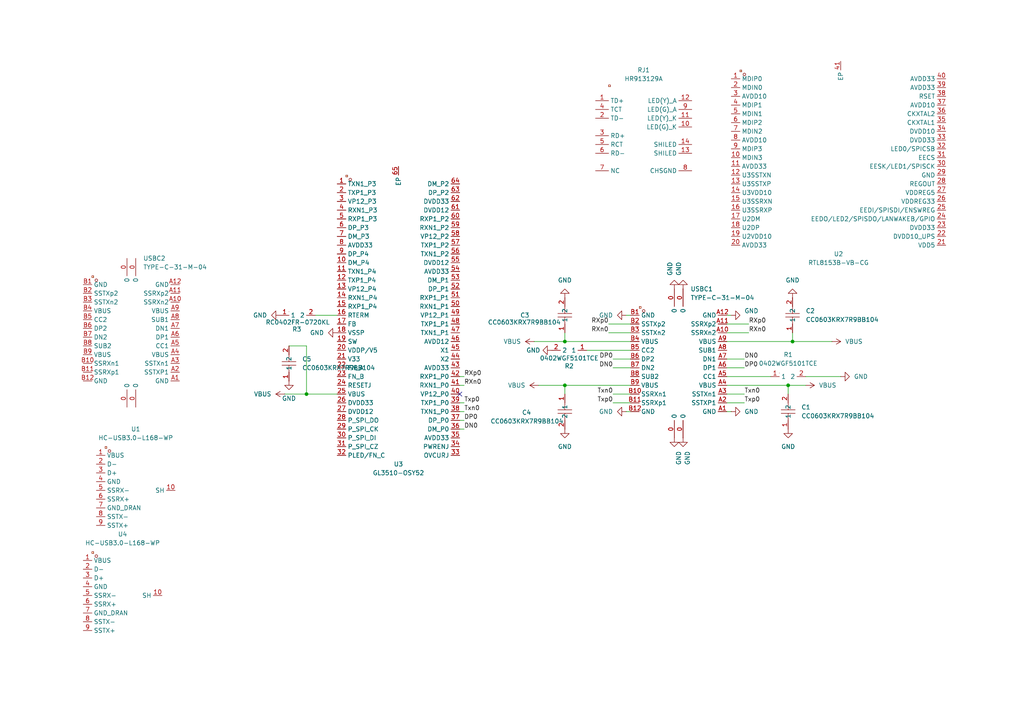
<source format=kicad_sch>
(kicad_sch (version 20250114) (generator "eeschema") (generator_version "9.0")
  (paper "A4")
  (lib_symbols
    (symbol "EasyEDA:0402WGF5101TCE"
      (property "Reference" "R" (at 0 5.08 0))
      (property "Value" "0402WGF5101TCE" (at 0 -5.08 0))
      (symbol "0402WGF5101TCE_0_1"
        (rectangle (start -2.54 1.02) (end -2.54 1.02) (fill (type background)))
        (pin input line (at -5.08 0 0) (length 2.54) (name "1") (number "1"))
        (pin input line (at 5.08 0 180) (length 2.54) (name "2") (number "2"))
      )
    )
    (symbol "EasyEDA:CC0603KRX7R9BB104"
      (property "Reference" "C" (at 0 5.08 0))
      (property "Value" "CC0603KRX7R9BB104" (at 0 -5.08 0))
      (symbol "CC0603KRX7R9BB104_0_1"
        (polyline (pts (xy -0.51 0) (xy -2.54 0)))
        (polyline (pts (xy -0.51 -2.03) (xy -0.51 2.03)))
        (polyline (pts (xy 0.51 2.03) (xy 0.51 -2.03)))
        (polyline (pts (xy 2.54 0) (xy 0.51 0)))
        (pin unspecified line (at -5.08 0 0) (length 2.54) (name "1") (number "1"))
        (pin unspecified line (at 5.08 0 180) (length 2.54) (name "2") (number "2"))
      )
    )
    (symbol "EasyEDA:GL3510-OSY52"
      (property "Reference" "U" (at 0 48.26 0))
      (property "Value" "GL3510-OSY52" (at 0 -45.72 0))
      (symbol "GL3510-OSY52_0_1"
        (rectangle (start -15.24 40.64) (end -14.73 40.13) (fill (type background)))
        (circle (center -13.97 39.37) (radius 0.38))
        (pin unspecified line (at -17.78 38.1 0) (length 2.54) (name "TXN1_P3") (number "1"))
        (pin unspecified line (at -17.78 35.56 0) (length 2.54) (name "TXP1_P3") (number "2"))
        (pin unspecified line (at -17.78 33.02 0) (length 2.54) (name "VP12_P3") (number "3"))
        (pin unspecified line (at -17.78 30.48 0) (length 2.54) (name "RXN1_P3") (number "4"))
        (pin unspecified line (at -17.78 27.94 0) (length 2.54) (name "RXP1_P3") (number "5"))
        (pin unspecified line (at -17.78 25.4 0) (length 2.54) (name "DP_P3") (number "6"))
        (pin unspecified line (at -17.78 22.86 0) (length 2.54) (name "DM_P3") (number "7"))
        (pin unspecified line (at -17.78 20.32 0) (length 2.54) (name "AVDD33") (number "8"))
        (pin unspecified line (at -17.78 17.78 0) (length 2.54) (name "DP_P4") (number "9"))
        (pin unspecified line (at -17.78 15.24 0) (length 2.54) (name "DM_P4") (number "10"))
        (pin unspecified line (at -17.78 12.7 0) (length 2.54) (name "TXN1_P4") (number "11"))
        (pin unspecified line (at -17.78 10.16 0) (length 2.54) (name "TXP1_P4") (number "12"))
        (pin unspecified line (at -17.78 7.62 0) (length 2.54) (name "VP12_P4") (number "13"))
        (pin unspecified line (at -17.78 5.08 0) (length 2.54) (name "RXN1_P4") (number "14"))
        (pin unspecified line (at -17.78 2.54 0) (length 2.54) (name "RXP1_P4") (number "15"))
        (pin unspecified line (at -17.78 0 0) (length 2.54) (name "RTERM") (number "16"))
        (pin unspecified line (at -17.78 -2.54 0) (length 2.54) (name "FB") (number "17"))
        (pin unspecified line (at -17.78 -5.08 0) (length 2.54) (name "VSSP") (number "18"))
        (pin unspecified line (at -17.78 -7.62 0) (length 2.54) (name "SW") (number "19"))
        (pin unspecified line (at -17.78 -10.16 0) (length 2.54) (name "VDDP/V5") (number "20"))
        (pin unspecified line (at -17.78 -12.7 0) (length 2.54) (name "V33") (number "21"))
        (pin unspecified line (at -17.78 -15.24 0) (length 2.54) (name "FN_A") (number "22"))
        (pin unspecified line (at -17.78 -17.78 0) (length 2.54) (name "FN_B") (number "23"))
        (pin unspecified line (at -17.78 -20.32 0) (length 2.54) (name "RESETJ") (number "24"))
        (pin unspecified line (at -17.78 -22.86 0) (length 2.54) (name "VBUS") (number "25"))
        (pin unspecified line (at -17.78 -25.4 0) (length 2.54) (name "DVDD33") (number "26"))
        (pin unspecified line (at -17.78 -27.94 0) (length 2.54) (name "DVDD12") (number "27"))
        (pin unspecified line (at -17.78 -30.48 0) (length 2.54) (name "P_SPI_DO") (number "28"))
        (pin unspecified line (at -17.78 -33.02 0) (length 2.54) (name "P_SPI_CK") (number "29"))
        (pin unspecified line (at -17.78 -35.56 0) (length 2.54) (name "P_SPI_DI") (number "30"))
        (pin unspecified line (at -17.78 -38.1 0) (length 2.54) (name "P_SPI_CZ") (number "31"))
        (pin unspecified line (at -17.78 -40.64 0) (length 2.54) (name "PLED/FN_C") (number "32"))
        (pin unspecified line (at 0 43.18 270) (length 2.54) (name "EP") (number "65"))
        (pin unspecified line (at 17.78 38.1 180) (length 2.54) (name "DM_P2") (number "64"))
        (pin unspecified line (at 17.78 35.56 180) (length 2.54) (name "DP_P2") (number "63"))
        (pin unspecified line (at 17.78 33.02 180) (length 2.54) (name "DVDD33") (number "62"))
        (pin unspecified line (at 17.78 30.48 180) (length 2.54) (name "DVDD12") (number "61"))
        (pin unspecified line (at 17.78 27.94 180) (length 2.54) (name "RXP1_P2") (number "60"))
        (pin unspecified line (at 17.78 25.4 180) (length 2.54) (name "RXN1_P2") (number "59"))
        (pin unspecified line (at 17.78 22.86 180) (length 2.54) (name "VP12_P2") (number "58"))
        (pin unspecified line (at 17.78 20.32 180) (length 2.54) (name "TXP1_P2") (number "57"))
        (pin unspecified line (at 17.78 17.78 180) (length 2.54) (name "TXN1_P2") (number "56"))
        (pin unspecified line (at 17.78 15.24 180) (length 2.54) (name "DVDD12") (number "55"))
        (pin unspecified line (at 17.78 12.7 180) (length 2.54) (name "AVDD33") (number "54"))
        (pin unspecified line (at 17.78 10.16 180) (length 2.54) (name "DM_P1") (number "53"))
        (pin unspecified line (at 17.78 7.62 180) (length 2.54) (name "DP_P1") (number "52"))
        (pin unspecified line (at 17.78 5.08 180) (length 2.54) (name "RXP1_P1") (number "51"))
        (pin unspecified line (at 17.78 2.54 180) (length 2.54) (name "RXN1_P1") (number "50"))
        (pin unspecified line (at 17.78 0 180) (length 2.54) (name "VP12_P1") (number "49"))
        (pin unspecified line (at 17.78 -2.54 180) (length 2.54) (name "TXP1_P1") (number "48"))
        (pin unspecified line (at 17.78 -5.08 180) (length 2.54) (name "TXN1_P1") (number "47"))
        (pin unspecified line (at 17.78 -7.62 180) (length 2.54) (name "AVDD12") (number "46"))
        (pin unspecified line (at 17.78 -10.16 180) (length 2.54) (name "X1") (number "45"))
        (pin unspecified line (at 17.78 -12.7 180) (length 2.54) (name "X2") (number "44"))
        (pin unspecified line (at 17.78 -15.24 180) (length 2.54) (name "AVDD33") (number "43"))
        (pin unspecified line (at 17.78 -17.78 180) (length 2.54) (name "RXP1_P0") (number "42"))
        (pin unspecified line (at 17.78 -20.32 180) (length 2.54) (name "RXN1_P0") (number "41"))
        (pin unspecified line (at 17.78 -22.86 180) (length 2.54) (name "VP12_P0") (number "40"))
        (pin unspecified line (at 17.78 -25.4 180) (length 2.54) (name "TXP1_P0") (number "39"))
        (pin unspecified line (at 17.78 -27.94 180) (length 2.54) (name "TXN1_P0") (number "38"))
        (pin unspecified line (at 17.78 -30.48 180) (length 2.54) (name "DP_P0") (number "37"))
        (pin unspecified line (at 17.78 -33.02 180) (length 2.54) (name "DM_P0") (number "36"))
        (pin unspecified line (at 17.78 -35.56 180) (length 2.54) (name "AVDD33") (number "35"))
        (pin unspecified line (at 17.78 -38.1 180) (length 2.54) (name "PWRENJ") (number "34"))
        (pin unspecified line (at 17.78 -40.64 180) (length 2.54) (name "OVCURJ") (number "33"))
      )
    )
    (symbol "EasyEDA:HC-USB3.0-L168-WP"
      (property "Reference" "U" (at 0 15.24 0))
      (property "Value" "HC-USB3.0-L168-WP" (at 0 -15.24 0))
      (symbol "HC-USB3.0-L168-WP_0_1"
        (rectangle (start -10.16 12.7) (end -9.65 12.19) (fill (type background)))
        (circle (center -8.89 11.43) (radius 0.38))
        (pin unspecified line (at -12.7 10.16 0) (length 2.54) (name "VBUS") (number "1"))
        (pin unspecified line (at -12.7 7.62 0) (length 2.54) (name "D-") (number "2"))
        (pin unspecified line (at -12.7 5.08 0) (length 2.54) (name "D+") (number "3"))
        (pin unspecified line (at -12.7 2.54 0) (length 2.54) (name "GND") (number "4"))
        (pin unspecified line (at -12.7 0 0) (length 2.54) (name "SSRX-") (number "5"))
        (pin unspecified line (at -12.7 -2.54 0) (length 2.54) (name "SSRX+") (number "6"))
        (pin unspecified line (at -12.7 -5.08 0) (length 2.54) (name "GND_DRAN") (number "7"))
        (pin unspecified line (at -12.7 -7.62 0) (length 2.54) (name "SSTX-") (number "8"))
        (pin unspecified line (at -12.7 -10.16 0) (length 2.54) (name "SSTX+") (number "9"))
        (pin unspecified line (at 10.16 0 180) (length 2.54) (name "SH") (number "10"))
      )
    )
    (symbol "EasyEDA:HR913129A"
      (property "Reference" "RJ" (at 0 15.24 0))
      (property "Value" "HR913129A" (at 0 -15.24 0))
      (symbol "HR913129A_0_1"
        (rectangle (start -10.16 14.73) (end -9.65 14.22) (fill (type background)))
        (pin unspecified line (at -13.97 10.16 0) (length 3.81) (name "TD+") (number "1"))
        (pin unspecified line (at -13.97 7.62 0) (length 3.81) (name "TCT") (number "4"))
        (pin unspecified line (at -13.97 5.08 0) (length 3.81) (name "TD-") (number "2"))
        (pin unspecified line (at -13.97 0 0) (length 3.81) (name "RD+") (number "3"))
        (pin unspecified line (at -13.97 -2.54 0) (length 3.81) (name "RCT") (number "5"))
        (pin unspecified line (at -13.97 -5.08 0) (length 3.81) (name "RD-") (number "6"))
        (pin unspecified line (at -13.97 -10.16 0) (length 3.81) (name "NC") (number "7"))
        (pin unspecified line (at 13.97 10.16 180) (length 3.81) (name "LED(Y)_A") (number "12"))
        (pin unspecified line (at 13.97 7.62 180) (length 3.81) (name "LED(G)_A") (number "9"))
        (pin unspecified line (at 13.97 5.08 180) (length 3.81) (name "LED(Y)_K") (number "11"))
        (pin unspecified line (at 13.97 2.54 180) (length 3.81) (name "LED(G)_K") (number "10"))
        (pin unspecified line (at 13.97 -2.54 180) (length 3.81) (name "SHILED") (number "14"))
        (pin unspecified line (at 13.97 -5.08 180) (length 3.81) (name "SHILED") (number "13"))
        (pin unspecified line (at 13.97 -10.16 180) (length 3.81) (name "CHSGND") (number "8"))
      )
    )
    (symbol "EasyEDA:RC0402FR-0720KL"
      (property "Reference" "R" (at 0 5.08 0))
      (property "Value" "RC0402FR-0720KL" (at 0 -5.08 0))
      (symbol "RC0402FR-0720KL_0_1"
        (rectangle (start -2.54 1.02) (end -2.54 1.02) (fill (type background)))
        (pin input line (at -5.08 0 0) (length 2.54) (name "1") (number "1"))
        (pin input line (at 5.08 0 180) (length 2.54) (name "2") (number "2"))
      )
    )
    (symbol "EasyEDA:RTL8153B-VB-CG"
      (property "Reference" "U" (at 0 34.29 0))
      (property "Value" "RTL8153B-VB-CG" (at 0 -29.21 0))
      (symbol "RTL8153B-VB-CG_0_1"
        (rectangle (start -29.21 26.67) (end -28.7 26.16) (fill (type background)))
        (circle (center -27.94 25.4) (radius 0.38))
        (pin unspecified line (at -31.75 24.13 0) (length 2.54) (name "MDIP0") (number "1"))
        (pin unspecified line (at -31.75 21.59 0) (length 2.54) (name "MDIN0") (number "2"))
        (pin unspecified line (at -31.75 19.05 0) (length 2.54) (name "AVDD10") (number "3"))
        (pin unspecified line (at -31.75 16.51 0) (length 2.54) (name "MDIP1") (number "4"))
        (pin unspecified line (at -31.75 13.97 0) (length 2.54) (name "MDIN1") (number "5"))
        (pin unspecified line (at -31.75 11.43 0) (length 2.54) (name "MDIP2") (number "6"))
        (pin unspecified line (at -31.75 8.89 0) (length 2.54) (name "MDIN2") (number "7"))
        (pin unspecified line (at -31.75 6.35 0) (length 2.54) (name "AVDD10") (number "8"))
        (pin unspecified line (at -31.75 3.81 0) (length 2.54) (name "MDIP3") (number "9"))
        (pin unspecified line (at -31.75 1.27 0) (length 2.54) (name "MDIN3") (number "10"))
        (pin unspecified line (at -31.75 -1.27 0) (length 2.54) (name "AVDD33") (number "11"))
        (pin unspecified line (at -31.75 -3.81 0) (length 2.54) (name "U3SSTXN") (number "12"))
        (pin unspecified line (at -31.75 -6.35 0) (length 2.54) (name "U3SSTXP") (number "13"))
        (pin unspecified line (at -31.75 -8.89 0) (length 2.54) (name "U3VDD10") (number "14"))
        (pin unspecified line (at -31.75 -11.43 0) (length 2.54) (name "U3SSRXN") (number "15"))
        (pin unspecified line (at -31.75 -13.97 0) (length 2.54) (name "U3SSRXP") (number "16"))
        (pin unspecified line (at -31.75 -16.51 0) (length 2.54) (name "U2DM") (number "17"))
        (pin unspecified line (at -31.75 -19.05 0) (length 2.54) (name "U2DP") (number "18"))
        (pin unspecified line (at -31.75 -21.59 0) (length 2.54) (name "U2VDD10") (number "19"))
        (pin unspecified line (at -31.75 -24.13 0) (length 2.54) (name "AVDD33") (number "20"))
        (pin unspecified line (at 0 29.21 270) (length 2.54) (name "EP") (number "41"))
        (pin unspecified line (at 30.48 24.13 180) (length 2.54) (name "AVDD33") (number "40"))
        (pin unspecified line (at 30.48 21.59 180) (length 2.54) (name "AVDD33") (number "39"))
        (pin unspecified line (at 30.48 19.05 180) (length 2.54) (name "RSET") (number "38"))
        (pin unspecified line (at 30.48 16.51 180) (length 2.54) (name "AVDD10") (number "37"))
        (pin unspecified line (at 30.48 13.97 180) (length 2.54) (name "CKXTAL2") (number "36"))
        (pin unspecified line (at 30.48 11.43 180) (length 2.54) (name "CKXTAL1") (number "35"))
        (pin unspecified line (at 30.48 8.89 180) (length 2.54) (name "DVDD10") (number "34"))
        (pin unspecified line (at 30.48 6.35 180) (length 2.54) (name "DVDD33") (number "33"))
        (pin unspecified line (at 30.48 3.81 180) (length 2.54) (name "LED0/SPICSB") (number "32"))
        (pin unspecified line (at 30.48 1.27 180) (length 2.54) (name "EECS") (number "31"))
        (pin unspecified line (at 30.48 -1.27 180) (length 2.54) (name "EESK/LED1/SPISCK") (number "30"))
        (pin unspecified line (at 30.48 -3.81 180) (length 2.54) (name "GND") (number "29"))
        (pin unspecified line (at 30.48 -6.35 180) (length 2.54) (name "REGOUT") (number "28"))
        (pin unspecified line (at 30.48 -8.89 180) (length 2.54) (name "VDDREG5") (number "27"))
        (pin unspecified line (at 30.48 -11.43 180) (length 2.54) (name "VDDREG33") (number "26"))
        (pin unspecified line (at 30.48 -13.97 180) (length 2.54) (name "EEDI/SPISDI/ENSWREG") (number "25"))
        (pin unspecified line (at 30.48 -16.51 180) (length 2.54) (name "EEDO/LED2/SPISDO/LANWAKEB/GPIO") (number "24"))
        (pin unspecified line (at 30.48 -19.05 180) (length 2.54) (name "DVDD33") (number "23"))
        (pin unspecified line (at 30.48 -21.59 180) (length 2.54) (name "DVDD10_UPS") (number "22"))
        (pin unspecified line (at 30.48 -24.13 180) (length 2.54) (name "VDD5") (number "21"))
      )
    )
    (symbol "EasyEDA:TYPE-C-31-M-04"
      (property "Reference" "USBC" (at 0 26.67 0))
      (property "Value" "TYPE-C-31-M-04" (at 0 -26.67 0))
      (symbol "TYPE-C-31-M-04_0_1"
        (rectangle (start -11.43 16.51) (end -10.92 16) (fill (type background)))
        (circle (center -10.16 15.24) (radius 0.38))
        (pin unspecified line (at -13.97 13.97 0) (length 2.54) (name "GND") (number "B1"))
        (pin unspecified line (at -13.97 11.43 0) (length 2.54) (name "SSTXp2") (number "B2"))
        (pin unspecified line (at -13.97 8.89 0) (length 2.54) (name "SSTXn2") (number "B3"))
        (pin unspecified line (at -13.97 6.35 0) (length 2.54) (name "VBUS") (number "B4"))
        (pin unspecified line (at -13.97 3.81 0) (length 2.54) (name "CC2") (number "B5"))
        (pin unspecified line (at -13.97 1.27 0) (length 2.54) (name "DP2") (number "B6"))
        (pin unspecified line (at -13.97 -1.27 0) (length 2.54) (name "DN2") (number "B7"))
        (pin unspecified line (at -13.97 -3.81 0) (length 2.54) (name "SUB2") (number "B8"))
        (pin unspecified line (at -13.97 -6.35 0) (length 2.54) (name "VBUS") (number "B9"))
        (pin unspecified line (at -13.97 -8.89 0) (length 2.54) (name "SSRXn1") (number "B10"))
        (pin unspecified line (at -13.97 -11.43 0) (length 2.54) (name "SSRXp1") (number "B11"))
        (pin unspecified line (at -13.97 -13.97 0) (length 2.54) (name "GND") (number "B12"))
        (pin unspecified line (at -1.27 21.59 270) (length 5.08) (name "0") (number "0"))
        (pin unspecified line (at -1.27 -21.59 90) (length 5.08) (name "0") (number "0"))
        (pin unspecified line (at 1.27 21.59 270) (length 5.08) (name "0") (number "0"))
        (pin unspecified line (at 1.27 -21.59 90) (length 5.08) (name "0") (number "0"))
        (pin unspecified line (at 13.97 13.97 180) (length 2.54) (name "GND") (number "A12"))
        (pin unspecified line (at 13.97 11.43 180) (length 2.54) (name "SSRXp2") (number "A11"))
        (pin unspecified line (at 13.97 8.89 180) (length 2.54) (name "SSRXn2") (number "A10"))
        (pin unspecified line (at 13.97 6.35 180) (length 2.54) (name "VBUS") (number "A9"))
        (pin unspecified line (at 13.97 3.81 180) (length 2.54) (name "SUB1") (number "A8"))
        (pin unspecified line (at 13.97 1.27 180) (length 2.54) (name "DN1") (number "A7"))
        (pin unspecified line (at 13.97 -1.27 180) (length 2.54) (name "DP1") (number "A6"))
        (pin unspecified line (at 13.97 -3.81 180) (length 2.54) (name "CC1") (number "A5"))
        (pin unspecified line (at 13.97 -6.35 180) (length 2.54) (name "VBUS") (number "A4"))
        (pin unspecified line (at 13.97 -8.89 180) (length 2.54) (name "SSTXn1") (number "A3"))
        (pin unspecified line (at 13.97 -11.43 180) (length 2.54) (name "SSTXP1") (number "A2"))
        (pin unspecified line (at 13.97 -13.97 180) (length 2.54) (name "GND") (number "A1"))
      )
    )
    (symbol "TYPE-C-31-M-04_1"
      (property "Reference" "USBC" (at 0 26.67 0))
      (property "Value" "TYPE-C-31-M-04" (at 0 -26.67 0))
      (symbol "TYPE-C-31-M-04_1_0_1"
        (rectangle (start -11.43 16.51) (end -10.92 16) (fill (type background)))
        (circle (center -10.16 15.24) (radius 0.38))
        (pin unspecified line (at -13.97 13.97 0) (length 2.54) (name "GND") (number "B1"))
        (pin unspecified line (at -13.97 11.43 0) (length 2.54) (name "SSTXp2") (number "B2"))
        (pin unspecified line (at -13.97 8.89 0) (length 2.54) (name "SSTXn2") (number "B3"))
        (pin unspecified line (at -13.97 6.35 0) (length 2.54) (name "VBUS") (number "B4"))
        (pin unspecified line (at -13.97 3.81 0) (length 2.54) (name "CC2") (number "B5"))
        (pin unspecified line (at -13.97 1.27 0) (length 2.54) (name "DP2") (number "B6"))
        (pin unspecified line (at -13.97 -1.27 0) (length 2.54) (name "DN2") (number "B7"))
        (pin unspecified line (at -13.97 -3.81 0) (length 2.54) (name "SUB2") (number "B8"))
        (pin unspecified line (at -13.97 -6.35 0) (length 2.54) (name "VBUS") (number "B9"))
        (pin unspecified line (at -13.97 -8.89 0) (length 2.54) (name "SSRXn1") (number "B10"))
        (pin unspecified line (at -13.97 -11.43 0) (length 2.54) (name "SSRXp1") (number "B11"))
        (pin unspecified line (at -13.97 -13.97 0) (length 2.54) (name "GND") (number "B12"))
        (pin unspecified line (at -1.27 21.59 270) (length 5.08) (name "0") (number "0"))
        (pin unspecified line (at -1.27 -21.59 90) (length 5.08) (name "0") (number "0"))
        (pin unspecified line (at 1.27 21.59 270) (length 5.08) (name "0") (number "0"))
        (pin unspecified line (at 1.27 -21.59 90) (length 5.08) (name "0") (number "0"))
        (pin unspecified line (at 13.97 13.97 180) (length 2.54) (name "GND") (number "A12"))
        (pin unspecified line (at 13.97 11.43 180) (length 2.54) (name "SSRXp2") (number "A11"))
        (pin unspecified line (at 13.97 8.89 180) (length 2.54) (name "SSRXn2") (number "A10"))
        (pin unspecified line (at 13.97 6.35 180) (length 2.54) (name "VBUS") (number "A9"))
        (pin unspecified line (at 13.97 3.81 180) (length 2.54) (name "SUB1") (number "A8"))
        (pin unspecified line (at 13.97 1.27 180) (length 2.54) (name "DN1") (number "A7"))
        (pin unspecified line (at 13.97 -1.27 180) (length 2.54) (name "DP1") (number "A6"))
        (pin unspecified line (at 13.97 -3.81 180) (length 2.54) (name "CC1") (number "A5"))
        (pin unspecified line (at 13.97 -6.35 180) (length 2.54) (name "VBUS") (number "A4"))
        (pin unspecified line (at 13.97 -8.89 180) (length 2.54) (name "SSTXn1") (number "A3"))
        (pin unspecified line (at 13.97 -11.43 180) (length 2.54) (name "SSTXP1") (number "A2"))
        (pin unspecified line (at 13.97 -13.97 180) (length 2.54) (name "GND") (number "A1"))
      )
    )
    (symbol "power:GND" (power) (pin_numbers (hide yes)) (pin_names (offset 0) (hide yes))
      (property "Value" "GND" (at 0 -3.81 0))
      (symbol "GND_0_1"
        (polyline (pts (xy 0 0) (xy 0 -1.27) (xy 1.27 -1.27) (xy 0 -2.54) (xy -1.27 -1.27) (xy 0 -1.27)))
      )
      (symbol "GND_1_1"
        (pin power_in line (at 0 0 270) (length 0) (name "~") (number "1"))
      )
    )
    (symbol "power:VBUS" (power) (pin_numbers (hide yes)) (pin_names (offset 0) (hide yes))
      (property "Value" "VBUS" (at 0 3.556 0))
      (symbol "VBUS_0_1"
        (polyline (pts (xy -0.762 1.27) (xy 0 2.54)))
        (polyline (pts (xy 0 2.54) (xy 0.762 1.27)))
        (polyline (pts (xy 0 0) (xy 0 2.54)))
      )
      (symbol "VBUS_1_1"
        (pin power_in line (at 0 0 90) (length 0) (name "~") (number "1"))
      )
    )
  )
  (junction (at 163.83 111.76))
  (junction (at 163.83 99.06))
  (junction (at 88.9 114.3))
  (junction (at 229.87 99.06))
  (junction (at 228.6 111.76))
  (no_connect (at 133.35 114.3))
  (wire (pts (xy 210.82 106.68) (xy 215.9 106.68)))
  (wire (pts (xy 210.82 93.98) (xy 217.17 93.98)))
  (wire (pts (xy 181.61 119.38) (xy 182.88 119.38)))
  (wire (pts (xy 182.88 106.68) (xy 177.8 106.68)))
  (wire (pts (xy 182.88 116.84) (xy 177.8 116.84)))
  (wire (pts (xy 82.55 114.3) (xy 88.9 114.3)))
  (wire (pts (xy 182.88 101.6) (xy 170.18 101.6)))
  (wire (pts (xy 91.44 91.44) (xy 97.79 91.44)))
  (wire (pts (xy 233.68 109.22) (xy 243.84 109.22)))
  (wire (pts (xy 212.09 119.38) (xy 210.82 119.38)))
  (wire (pts (xy 182.88 93.98) (xy 176.53 93.98)))
  (wire (pts (xy 154.94 99.06) (xy 163.83 99.06)))
  (wire (pts (xy 163.83 111.76) (xy 182.88 111.76)))
  (wire (pts (xy 133.35 121.92) (xy 134.62 121.92)))
  (wire (pts (xy 210.82 96.52) (xy 217.17 96.52)))
  (wire (pts (xy 210.82 114.3) (xy 215.9 114.3)))
  (wire (pts (xy 163.83 99.06) (xy 163.83 96.52)))
  (wire (pts (xy 133.35 124.46) (xy 134.62 124.46)))
  (wire (pts (xy 134.62 116.84) (xy 133.35 116.84)))
  (wire (pts (xy 163.83 111.76) (xy 163.83 114.3)))
  (wire (pts (xy 133.35 119.38) (xy 134.62 119.38)))
  (wire (pts (xy 229.87 99.06) (xy 210.82 99.06)))
  (wire (pts (xy 233.68 111.76) (xy 228.6 111.76)))
  (wire (pts (xy 212.09 91.44) (xy 210.82 91.44)))
  (wire (pts (xy 182.88 96.52) (xy 176.53 96.52)))
  (wire (pts (xy 88.9 114.3) (xy 97.79 114.3)))
  (wire (pts (xy 83.82 100.33) (xy 88.9 100.33)))
  (wire (pts (xy 182.88 114.3) (xy 177.8 114.3)))
  (wire (pts (xy 210.82 109.22) (xy 223.52 109.22)))
  (wire (pts (xy 229.87 99.06) (xy 241.3 99.06)))
  (wire (pts (xy 181.61 91.44) (xy 182.88 91.44)))
  (wire (pts (xy 156.21 111.76) (xy 163.83 111.76)))
  (wire (pts (xy 228.6 111.76) (xy 228.6 114.3)))
  (wire (pts (xy 163.83 99.06) (xy 182.88 99.06)))
  (wire (pts (xy 134.62 109.22) (xy 133.35 109.22)))
  (wire (pts (xy 88.9 100.33) (xy 88.9 114.3)))
  (wire (pts (xy 210.82 116.84) (xy 215.9 116.84)))
  (wire (pts (xy 210.82 104.14) (xy 215.9 104.14)))
  (wire (pts (xy 210.82 111.76) (xy 228.6 111.76)))
  (wire (pts (xy 133.35 111.76) (xy 134.62 111.76)))
  (wire (pts (xy 182.88 104.14) (xy 177.8 104.14)))
  (wire (pts (xy 229.87 99.06) (xy 229.87 96.52)))
  (label "Txn0" (at 215.9 114.3 0))
  (label "DN0" (at 177.8 106.68 180))
  (label "RXp0" (at 134.62 109.22 0))
  (label "Txn0" (at 177.8 114.3 180))
  (label "Txp0" (at 134.62 116.84 0))
  (label "RXp0" (at 217.17 93.98 0))
  (label "RXp0" (at 176.53 93.98 180))
  (label "DN0" (at 215.9 104.14 0))
  (label "Txp0" (at 215.9 116.84 0))
  (label "DN0" (at 134.62 124.46 0))
  (label "Txn0" (at 134.62 119.38 0))
  (label "DP0" (at 215.9 106.68 0))
  (label "DP0" (at 177.8 104.14 180))
  (label "RXn0" (at 176.53 96.52 180))
  (label "DP0" (at 134.62 121.92 0))
  (label "RXn0" (at 134.62 111.76 0))
  (label "RXn0" (at 217.17 96.52 0))
  (label "Txp0" (at 177.8 116.84 180))
  (symbol (lib_id "power:GND") (at 198.12 127 0) (unit 1)
    (property "Reference" "#PWR010" (effects (hide yes)))
    (property "Value" "GND" (at 199.39 130.81 90) (effects (justify right)))
    (property "Description" "Power symbol creates a global label with name \"GND\" , ground" (effects (hide yes)))
  )
  (symbol (lib_id "EasyEDA:RTL8153B-VB-CG") (at 243.84 46.99 0) (unit 1)
    (property "Reference" "U2" (at 243.205 73.66 0))
    (property "Value" "RTL8153B-VB-CG" (at 243.205 76.2 0))
    (property "Footprint" "EasyEDA:QFN-40_L5.0-W5.0-P0.40-BL-EP3.7" (effects (hide yes)))
    (property "LCSC Part" "C2802072" (effects (hide yes)))
  )
  (symbol (lib_id "power:GND") (at 81.28 91.44 270) (unit 1)
    (property "Reference" "#PWR016" (effects (hide yes)))
    (property "Value" "GND" (at 77.47 91.4399 90) (effects (justify right)))
    (property "Description" "Power symbol creates a global label with name \"GND\" , ground" (effects (hide yes)))
  )
  (symbol (lib_id "EasyEDA:RC0402FR-0720KL") (at 86.36 91.44 0) (unit 1)
    (property "Reference" "R3" (at 86.106 95.504 0))
    (property "Value" "RC0402FR-0720KL" (at 86.36 93.472 0))
    (property "Footprint" "EasyEDA:R0402" (effects (hide yes)))
    (property "Datasheet" "https://lcsc.com/product-detail/Chip-Resistor-Surface-Mount_20KR-2002-1_C93942.html" (effects (hide yes)))
    (property "LCSC Part" "C93942" (effects (hide yes)))
  )
  (symbol (lib_id "power:VBUS") (at 154.94 99.06 90) (unit 1)
    (property "Reference" "#PWR014" (effects (hide yes)))
    (property "Value" "VBUS" (at 151.13 99.0601 90) (effects (justify left)))
    (property "Description" "Power symbol creates a global label with name \"VBUS\"" (effects (hide yes)))
  )
  (symbol (lib_id "EasyEDA:CC0603KRX7R9BB104") (at 229.87 91.44 90) (unit 1)
    (property "Reference" "C2" (at 233.68 90.1699 90) (effects (justify right)))
    (property "Value" "CC0603KRX7R9BB104" (at 233.68 92.7099 90) (effects (justify right)))
    (property "Footprint" "EasyEDA:C0603" (effects (hide yes)))
    (property "Datasheet" "https://lcsc.com/product-detail/Multilayer-Ceramic-Capacitors-MLCC-SMD-SMT_100nF-104-10-50V_C14663.html" (effects (hide yes)))
    (property "LCSC Part" "C14663" (effects (hide yes)))
  )
  (symbol (lib_id "power:GND") (at 195.58 83.82 180) (unit 1)
    (property "Reference" "#PWR08" (effects (hide yes)))
    (property "Value" "GND" (at 194.31 80.01 90) (effects (justify right)))
    (property "Description" "Power symbol creates a global label with name \"GND\" , ground" (effects (hide yes)))
  )
  (symbol (lib_id "power:GND") (at 181.61 119.38 270) (unit 1)
    (property "Reference" "#PWR03" (effects (hide yes)))
    (property "Value" "GND" (at 177.8 119.3799 90) (effects (justify right)))
    (property "Description" "Power symbol creates a global label with name \"GND\" , ground" (effects (hide yes)))
  )
  (symbol (lib_id "EasyEDA:0402WGF5101TCE") (at 228.6 109.22 0) (unit 1)
    (property "Reference" "R1" (at 228.6 102.87 0))
    (property "Value" "0402WGF5101TCE" (at 228.6 105.41 0))
    (property "Footprint" "EasyEDA:R0402" (effects (hide yes)))
    (property "Datasheet" "https://lcsc.com/product-detail/Chip-Resistor-Surface-Mount-UniOhm_5-1KR-5101-1_C25905.html" (effects (hide yes)))
    (property "LCSC Part" "C25905" (effects (hide yes)))
  )
  (symbol (lib_id "EasyEDA:HC-USB3.0-L168-WP") (at 40.64 142.24 0) (unit 1)
    (property "Reference" "U1" (at 39.37 124.46 0))
    (property "Value" "HC-USB3.0-L168-WP" (at 39.37 127 0))
    (property "Footprint" "EasyEDA:USB-TH_USB3.0-A" (effects (hide yes)))
    (property "LCSC Part" "C7501850" (effects (hide yes)))
  )
  (symbol (lib_id "power:GND") (at 83.82 110.49 0) (unit 1)
    (property "Reference" "#PWR021" (effects (hide yes)))
    (property "Value" "GND" (at 83.82 115.57 0))
    (property "Description" "Power symbol creates a global label with name \"GND\" , ground" (effects (hide yes)))
  )
  (symbol (lib_id "EasyEDA:GL3510-OSY52") (at 115.57 91.44 0) (unit 1)
    (property "Reference" "U3" (at 115.57 134.62 0))
    (property "Value" "GL3510-OSY52" (at 115.57 137.16 0))
    (property "Footprint" "EasyEDA:QFN-64_L8.0-W8.0-P0.40-BL-EP5.4" (effects (hide yes)))
    (property "LCSC Part" "C7501408" (effects (hide yes)))
  )
  (symbol (lib_id "EasyEDA:CC0603KRX7R9BB104") (at 83.82 105.41 90) (unit 1)
    (property "Reference" "C5" (at 87.63 104.1399 90) (effects (justify right)))
    (property "Value" "CC0603KRX7R9BB104" (at 87.63 106.6799 90) (effects (justify right)))
    (property "Footprint" "EasyEDA:C0603" (effects (hide yes)))
    (property "Datasheet" "https://lcsc.com/product-detail/Multilayer-Ceramic-Capacitors-MLCC-SMD-SMT_100nF-104-10-50V_C14663.html" (effects (hide yes)))
    (property "LCSC Part" "C14663" (effects (hide yes)))
  )
  (symbol (lib_id "power:GND") (at 163.83 86.36 180) (unit 1)
    (property "Reference" "#PWR018" (effects (hide yes)))
    (property "Value" "GND" (at 163.83 81.28 0))
    (property "Description" "Power symbol creates a global label with name \"GND\" , ground" (effects (hide yes)))
  )
  (symbol (lib_id "power:GND") (at 195.58 127 0) (unit 1)
    (property "Reference" "#PWR09" (effects (hide yes)))
    (property "Value" "GND" (at 196.85 130.81 90) (effects (justify right)))
    (property "Description" "Power symbol creates a global label with name \"GND\" , ground" (effects (hide yes)))
  )
  (symbol (lib_id "power:GND") (at 97.79 96.52 270) (unit 1)
    (property "Reference" "#PWR022" (effects (hide yes)))
    (property "Value" "GND" (at 93.98 96.5199 90) (effects (justify right)))
    (property "Description" "Power symbol creates a global label with name \"GND\" , ground" (effects (hide yes)))
  )
  (symbol (lib_id "EasyEDA:0402WGF5101TCE") (at 165.1 101.6 180) (unit 1)
    (property "Reference" "R2" (at 165.1 106.172 0))
    (property "Value" "0402WGF5101TCE" (at 165.1 103.886 0))
    (property "Footprint" "EasyEDA:R0402" (effects (hide yes)))
    (property "Datasheet" "https://lcsc.com/product-detail/Chip-Resistor-Surface-Mount-UniOhm_5-1KR-5101-1_C25905.html" (effects (hide yes)))
    (property "LCSC Part" "C25905" (effects (hide yes)))
  )
  (symbol (lib_id "power:GND") (at 212.09 91.44 90) (unit 1)
    (property "Reference" "#PWR01" (effects (hide yes)))
    (property "Value" "GND" (at 215.9 90.17 90) (effects (justify right)))
    (property "Description" "Power symbol creates a global label with name \"GND\" , ground" (effects (hide yes)))
  )
  (symbol (lib_id "EasyEDA:HC-USB3.0-L168-WP") (at 36.83 172.72 0) (unit 1)
    (property "Reference" "U4" (at 35.56 154.94 0))
    (property "Value" "HC-USB3.0-L168-WP" (at 35.56 157.48 0))
    (property "Footprint" "EasyEDA:USB-TH_USB3.0-A" (effects (hide yes)))
    (property "LCSC Part" "C7501850" (effects (hide yes)))
  )
  (symbol (lib_id "power:GND") (at 229.87 86.36 180) (unit 1)
    (property "Reference" "#PWR017" (effects (hide yes)))
    (property "Value" "GND" (at 229.87 81.28 0))
    (property "Description" "Power symbol creates a global label with name \"GND\" , ground" (effects (hide yes)))
  )
  (symbol (lib_id "power:GND") (at 160.02 101.6 270) (unit 1)
    (property "Reference" "#PWR013" (effects (hide yes)))
    (property "Value" "GND" (at 156.718 101.6 90) (effects (justify right)))
    (property "Description" "Power symbol creates a global label with name \"GND\" , ground" (effects (hide yes)))
  )
  (symbol (lib_id "EasyEDA:TYPE-C-31-M-04") (at 196.85 105.41 0) (unit 1)
    (property "Reference" "USBC1" (at 200.2633 83.82 0) (effects (justify left)))
    (property "Value" "TYPE-C-31-M-04" (at 200.2633 86.36 0) (effects (justify left)))
    (property "Footprint" "EasyEDA:USB-C-SMD_TYPE-C-USB-20" (effects (hide yes)))
    (property "Datasheet" "https://lcsc.com/product-detail/USB-Type-C_Korean-Hroparts-Elec-TYPE-C-31-M-04_C129018.html" (effects (hide yes)))
    (property "LCSC Part" "C129018" (effects (hide yes)))
  )
  (symbol (lib_id "power:GND") (at 228.6 124.46 0) (unit 1)
    (property "Reference" "#PWR011" (effects (hide yes)))
    (property "Value" "GND" (at 228.6 129.54 0))
    (property "Description" "Power symbol creates a global label with name \"GND\" , ground" (effects (hide yes)))
  )
  (symbol (lib_id "EasyEDA:CC0603KRX7R9BB104") (at 228.6 119.38 90) (unit 1)
    (property "Reference" "C1" (at 232.41 118.1099 90) (effects (justify right)))
    (property "Value" "CC0603KRX7R9BB104" (at 232.41 120.6499 90) (effects (justify right)))
    (property "Footprint" "EasyEDA:C0603" (effects (hide yes)))
    (property "Datasheet" "https://lcsc.com/product-detail/Multilayer-Ceramic-Capacitors-MLCC-SMD-SMT_100nF-104-10-50V_C14663.html" (effects (hide yes)))
    (property "LCSC Part" "C14663" (effects (hide yes)))
  )
  (symbol (lib_id "power:GND") (at 181.61 91.44 270) (unit 1)
    (property "Reference" "#PWR02" (effects (hide yes)))
    (property "Value" "GND" (at 177.8 91.4399 90) (effects (justify right)))
    (property "Description" "Power symbol creates a global label with name \"GND\" , ground" (effects (hide yes)))
  )
  (symbol (lib_id "EasyEDA:CC0603KRX7R9BB104") (at 163.83 119.38 270) (unit 1)
    (property "Reference" "C4" (at 151.384 119.634 90) (effects (justify left)))
    (property "Value" "CC0603KRX7R9BB104" (at 142.24 122.174 90) (effects (justify left)))
    (property "Footprint" "EasyEDA:C0603" (effects (hide yes)))
    (property "Datasheet" "https://lcsc.com/product-detail/Multilayer-Ceramic-Capacitors-MLCC-SMD-SMT_100nF-104-10-50V_C14663.html" (effects (hide yes)))
    (property "LCSC Part" "C14663" (effects (hide yes)))
  )
  (symbol (lib_id "power:VBUS") (at 156.21 111.76 90) (unit 1)
    (property "Reference" "#PWR012" (effects (hide yes)))
    (property "Value" "VBUS" (at 152.4 111.7601 90) (effects (justify left)))
    (property "Description" "Power symbol creates a global label with name \"VBUS\"" (effects (hide yes)))
  )
  (symbol (lib_id "power:GND") (at 198.12 83.82 180) (unit 1)
    (property "Reference" "#PWR07" (effects (hide yes)))
    (property "Value" "GND" (at 196.85 80.01 90) (effects (justify right)))
    (property "Description" "Power symbol creates a global label with name \"GND\" , ground" (effects (hide yes)))
  )
  (symbol (lib_id "power:VBUS") (at 233.68 111.76 270) (unit 1)
    (property "Reference" "#PWR015" (effects (hide yes)))
    (property "Value" "VBUS" (at 237.49 111.7599 90) (effects (justify left)))
    (property "Description" "Power symbol creates a global label with name \"VBUS\"" (effects (hide yes)))
  )
  (symbol (lib_id "power:GND") (at 243.84 109.22 90) (unit 1)
    (property "Reference" "#PWR06" (effects (hide yes)))
    (property "Value" "GND" (at 247.65 109.2199 90) (effects (justify right)))
    (property "Description" "Power symbol creates a global label with name \"GND\" , ground" (effects (hide yes)))
  )
  (symbol (lib_name "TYPE-C-31-M-04_1") (lib_id "EasyEDA:TYPE-C-31-M-04") (at 38.1 96.52 0) (unit 1)
    (property "Reference" "USBC2" (at 41.5133 74.93 0) (effects (justify left)))
    (property "Value" "TYPE-C-31-M-04" (at 41.5133 77.47 0) (effects (justify left)))
    (property "Footprint" "EasyEDA:USB-C-SMD_TYPE-C-USB-20" (effects (hide yes)))
    (property "Datasheet" "https://lcsc.com/product-detail/USB-Type-C_Korean-Hroparts-Elec-TYPE-C-31-M-04_C129018.html" (effects (hide yes)))
    (property "LCSC Part" "C129018" (effects (hide yes)))
  )
  (symbol (lib_id "EasyEDA:CC0603KRX7R9BB104") (at 163.83 91.44 90) (unit 1)
    (property "Reference" "C3" (at 150.876 91.44 90) (effects (justify right)))
    (property "Value" "CC0603KRX7R9BB104" (at 141.478 93.472 90) (effects (justify right)))
    (property "Footprint" "EasyEDA:C0603" (effects (hide yes)))
    (property "Datasheet" "https://lcsc.com/product-detail/Multilayer-Ceramic-Capacitors-MLCC-SMD-SMT_100nF-104-10-50V_C14663.html" (effects (hide yes)))
    (property "LCSC Part" "C14663" (effects (hide yes)))
  )
  (symbol (lib_id "power:VBUS") (at 82.55 114.3 90) (unit 1)
    (property "Reference" "#PWR020" (effects (hide yes)))
    (property "Value" "VBUS" (at 78.74 114.3001 90) (effects (justify left)))
    (property "Description" "Power symbol creates a global label with name \"VBUS\"" (effects (hide yes)))
  )
  (symbol (lib_id "power:GND") (at 163.83 124.46 0) (unit 1)
    (property "Reference" "#PWR019" (effects (hide yes)))
    (property "Value" "GND" (at 163.83 129.54 0))
    (property "Description" "Power symbol creates a global label with name \"GND\" , ground" (effects (hide yes)))
  )
  (symbol (lib_id "EasyEDA:HR913129A") (at 186.69 39.37 0) (unit 1)
    (property "Reference" "RJ1" (at 186.69 20.32 0))
    (property "Value" "HR913129A" (at 186.69 22.86 0))
    (property "Footprint" "EasyEDA:RJ45-TH_HR913129A" (effects (hide yes)))
    (property "Datasheet" "https://lcsc.com/product-detail/RJ45_RJ45-LED-With-network-transformer_C70302.html" (effects (hide yes)))
    (property "LCSC Part" "C70302" (effects (hide yes)))
  )
  (symbol (lib_id "power:VBUS") (at 241.3 99.06 270) (unit 1)
    (property "Reference" "#PWR05" (effects (hide yes)))
    (property "Value" "VBUS" (at 245.11 99.0599 90) (effects (justify left)))
    (property "Description" "Power symbol creates a global label with name \"VBUS\"" (effects (hide yes)))
  )
  (symbol (lib_id "power:GND") (at 212.09 119.38 90) (unit 1)
    (property "Reference" "#PWR04" (effects (hide yes)))
    (property "Value" "GND" (at 215.9 119.3799 90) (effects (justify right)))
    (property "Description" "Power symbol creates a global label with name \"GND\" , ground" (effects (hide yes)))
  )
)
</source>
